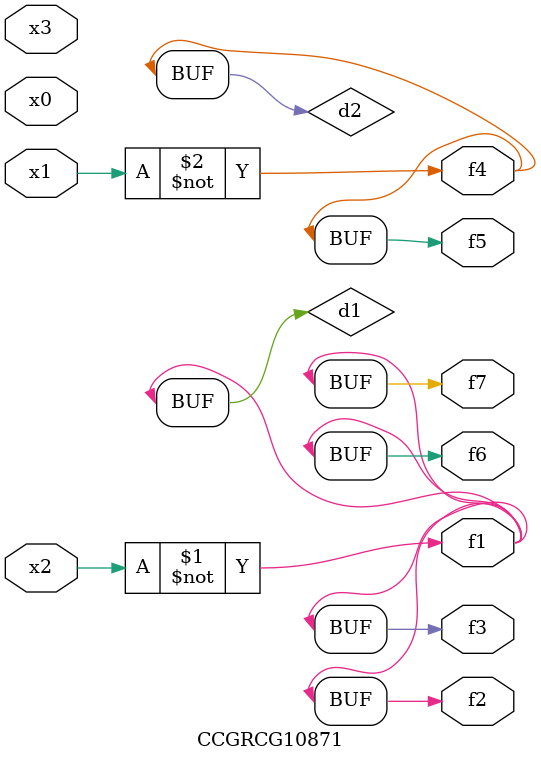
<source format=v>
module CCGRCG10871(
	input x0, x1, x2, x3,
	output f1, f2, f3, f4, f5, f6, f7
);

	wire d1, d2;

	xnor (d1, x2);
	not (d2, x1);
	assign f1 = d1;
	assign f2 = d1;
	assign f3 = d1;
	assign f4 = d2;
	assign f5 = d2;
	assign f6 = d1;
	assign f7 = d1;
endmodule

</source>
